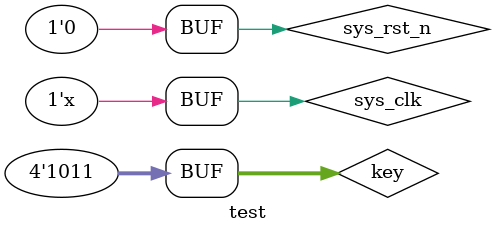
<source format=v>
`timescale 1ns/1ns // 时延单位为1ms，时延精度为1ns

module test;


//wire define    
wire   [9:0]  n_time;                    //北方向状态剩余时间数据
wire   [9:0]  e_time;                    //东方向状态剩余时间数据
wire   [9:0]  s_time;                    //南方向状态剩余时间数据
wire   [9:0]  w_time;                    //西方向状态剩余时间数据
wire   [9:0]  nl_time;                    //北方向状态剩余时间数据
wire   [9:0]  el_time;                    //东方向状态剩余时间数据
wire   [9:0]  sl_time;                    //南方向状态剩余时间数据
wire   [9:0]  wl_time;                    //西方向状态剩余时间数据    
wire   [3:0]  state  ;                    //交通灯的状态，用于控制LED灯的点亮



// 初始化信号
wire [7:0]     bit; 
wire [7:0]     segment;
wire [23:0]	   led;

reg   [3:0]     num_n_0	   ;
reg   [3:0]     num_n_1	   ;
reg   [3:0]     num_w_0	   ;
reg   [3:0]     num_w_1	  ;

reg sys_clk;
reg sys_rst_n;
reg [3:0] key;

initial begin
sys_clk=1'b0;
sys_rst_n=1'b0;
#20 sys_rst_n=1'b1;
key=4'b1111;

#120000 sys_rst_n=1'b1;


#80000 key=4'b0000;
#80000 key=4'b1110;
#80000 key=4'b1101;
#80000 key=4'b1011;

#80000 sys_rst_n=1'b0;
end

always #10 sys_clk = ~sys_clk; // 系统时钟周期为20ns



state_trans_model #(.WIDTH(25))u0_state_trans_model(
    .sys_clk                (sys_clk),   
    .sys_rst_n              (sys_rst_n),      
    .n_time                 (n_time),
    .e_time                 (e_time),
	 .s_time                 (s_time),
    .w_time                 (w_time),
    .nl_time                 (nl_time),
    .el_time                 (el_time),
	 .sl_time                 (sl_time),
    .wl_time                 (wl_time),
    .state                  (state)
);

//数码管显示模块	
bit_seg_module    u1_bit_seg_module(
    .sys_clk                (sys_clk)  ,
    .sys_rst_n              (sys_rst_n),
    .n_time                 (n_time),
    .e_time                 (e_time),
	 .s_time                 (s_time),
    .w_time                 (w_time),
    .en                     (1'b1),   
    .bit                    (bit), 
    .segment                (segment),
	.num_n_0				(num_n_0),
	.num_n_1				(num_n_1),
	.num_w_0				(num_w_0),
	.num_w_1				(num_w_1)

);

//led灯控制模块
led_module   u2_led_module(
    .sys_clk                (sys_clk  ),
    .sys_rst_n              (sys_rst_n),
    .state                  (state    ),
    .led                    (led      ),
	 .key                    (key      )
); 
   
traffic_led traffic_led_inst
(
	.sys_clk(sys_clk_sig) ,	// input  sys_clk_sig
	.sys_rst_n(sys_rst_n_sig) ,	// input  sys_rst_n_sig
	.key(key_sig) ,	// input [3:0] key_sig
	.bit(bit_sig) ,	// output [7:0] bit_sig
	.segment(segment_sig) ,	// output [7:0] segment_sig
	.led(led_sig) 	// output [23:0] led_sig
);
endmodule        
</source>
